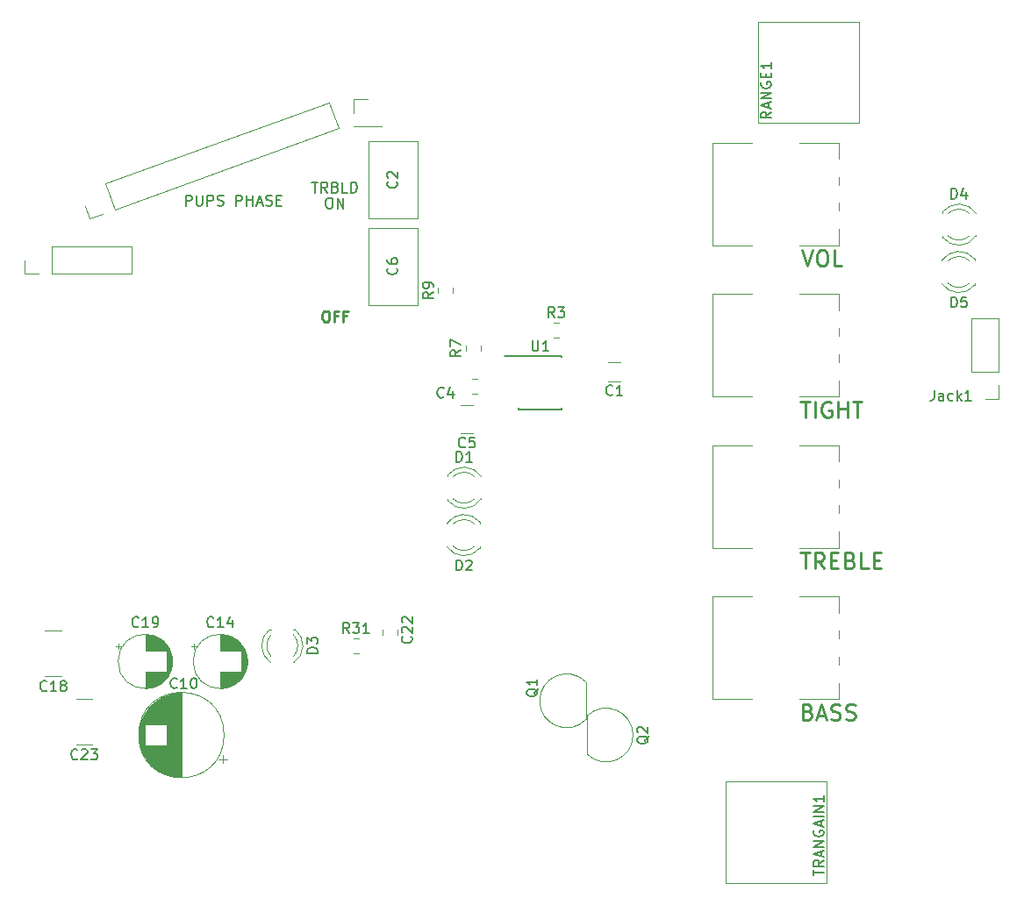
<source format=gbr>
G04 #@! TF.GenerationSoftware,KiCad,Pcbnew,(5.0.0)*
G04 #@! TF.CreationDate,2018-10-02T15:30:55-05:00*
G04 #@! TF.ProjectId,FinalDistCircuit,46696E616C4469737443697263756974,rev?*
G04 #@! TF.SameCoordinates,Original*
G04 #@! TF.FileFunction,Legend,Top*
G04 #@! TF.FilePolarity,Positive*
%FSLAX46Y46*%
G04 Gerber Fmt 4.6, Leading zero omitted, Abs format (unit mm)*
G04 Created by KiCad (PCBNEW (5.0.0)) date 10/02/18 15:30:55*
%MOMM*%
%LPD*%
G01*
G04 APERTURE LIST*
%ADD10C,0.203200*%
%ADD11C,0.228600*%
%ADD12C,0.120000*%
%ADD13C,0.150000*%
G04 APERTURE END LIST*
D10*
X61824809Y-123649619D02*
X61824809Y-122633619D01*
X62211857Y-122633619D01*
X62308619Y-122682000D01*
X62357000Y-122730380D01*
X62405380Y-122827142D01*
X62405380Y-122972285D01*
X62357000Y-123069047D01*
X62308619Y-123117428D01*
X62211857Y-123165809D01*
X61824809Y-123165809D01*
X62840809Y-122633619D02*
X62840809Y-123456095D01*
X62889190Y-123552857D01*
X62937571Y-123601238D01*
X63034333Y-123649619D01*
X63227857Y-123649619D01*
X63324619Y-123601238D01*
X63373000Y-123552857D01*
X63421380Y-123456095D01*
X63421380Y-122633619D01*
X63905190Y-123649619D02*
X63905190Y-122633619D01*
X64292238Y-122633619D01*
X64389000Y-122682000D01*
X64437380Y-122730380D01*
X64485761Y-122827142D01*
X64485761Y-122972285D01*
X64437380Y-123069047D01*
X64389000Y-123117428D01*
X64292238Y-123165809D01*
X63905190Y-123165809D01*
X64872809Y-123601238D02*
X65017952Y-123649619D01*
X65259857Y-123649619D01*
X65356619Y-123601238D01*
X65405000Y-123552857D01*
X65453380Y-123456095D01*
X65453380Y-123359333D01*
X65405000Y-123262571D01*
X65356619Y-123214190D01*
X65259857Y-123165809D01*
X65066333Y-123117428D01*
X64969571Y-123069047D01*
X64921190Y-123020666D01*
X64872809Y-122923904D01*
X64872809Y-122827142D01*
X64921190Y-122730380D01*
X64969571Y-122682000D01*
X65066333Y-122633619D01*
X65308238Y-122633619D01*
X65453380Y-122682000D01*
X66662904Y-123649619D02*
X66662904Y-122633619D01*
X67049952Y-122633619D01*
X67146714Y-122682000D01*
X67195095Y-122730380D01*
X67243476Y-122827142D01*
X67243476Y-122972285D01*
X67195095Y-123069047D01*
X67146714Y-123117428D01*
X67049952Y-123165809D01*
X66662904Y-123165809D01*
X67678904Y-123649619D02*
X67678904Y-122633619D01*
X67678904Y-123117428D02*
X68259476Y-123117428D01*
X68259476Y-123649619D02*
X68259476Y-122633619D01*
X68694904Y-123359333D02*
X69178714Y-123359333D01*
X68598142Y-123649619D02*
X68936809Y-122633619D01*
X69275476Y-123649619D01*
X69565761Y-123601238D02*
X69710904Y-123649619D01*
X69952809Y-123649619D01*
X70049571Y-123601238D01*
X70097952Y-123552857D01*
X70146333Y-123456095D01*
X70146333Y-123359333D01*
X70097952Y-123262571D01*
X70049571Y-123214190D01*
X69952809Y-123165809D01*
X69759285Y-123117428D01*
X69662523Y-123069047D01*
X69614142Y-123020666D01*
X69565761Y-122923904D01*
X69565761Y-122827142D01*
X69614142Y-122730380D01*
X69662523Y-122682000D01*
X69759285Y-122633619D01*
X70001190Y-122633619D01*
X70146333Y-122682000D01*
X70581761Y-123117428D02*
X70920428Y-123117428D01*
X71065571Y-123649619D02*
X70581761Y-123649619D01*
X70581761Y-122633619D01*
X71065571Y-122633619D01*
D11*
X75232380Y-133809619D02*
X75425904Y-133809619D01*
X75522666Y-133858000D01*
X75619428Y-133954761D01*
X75667809Y-134148285D01*
X75667809Y-134486952D01*
X75619428Y-134680476D01*
X75522666Y-134777238D01*
X75425904Y-134825619D01*
X75232380Y-134825619D01*
X75135619Y-134777238D01*
X75038857Y-134680476D01*
X74990476Y-134486952D01*
X74990476Y-134148285D01*
X75038857Y-133954761D01*
X75135619Y-133858000D01*
X75232380Y-133809619D01*
X76441904Y-134293428D02*
X76103238Y-134293428D01*
X76103238Y-134825619D02*
X76103238Y-133809619D01*
X76587047Y-133809619D01*
X77312761Y-134293428D02*
X76974095Y-134293428D01*
X76974095Y-134825619D02*
X76974095Y-133809619D01*
X77457904Y-133809619D01*
D10*
X75571047Y-122887619D02*
X75764571Y-122887619D01*
X75861333Y-122936000D01*
X75958095Y-123032761D01*
X76006476Y-123226285D01*
X76006476Y-123564952D01*
X75958095Y-123758476D01*
X75861333Y-123855238D01*
X75764571Y-123903619D01*
X75571047Y-123903619D01*
X75474285Y-123855238D01*
X75377523Y-123758476D01*
X75329142Y-123564952D01*
X75329142Y-123226285D01*
X75377523Y-123032761D01*
X75474285Y-122936000D01*
X75571047Y-122887619D01*
X76441904Y-123903619D02*
X76441904Y-122887619D01*
X77022476Y-123903619D01*
X77022476Y-122887619D01*
X73974476Y-121363619D02*
X74555047Y-121363619D01*
X74264761Y-122379619D02*
X74264761Y-121363619D01*
X75474285Y-122379619D02*
X75135619Y-121895809D01*
X74893714Y-122379619D02*
X74893714Y-121363619D01*
X75280761Y-121363619D01*
X75377523Y-121412000D01*
X75425904Y-121460380D01*
X75474285Y-121557142D01*
X75474285Y-121702285D01*
X75425904Y-121799047D01*
X75377523Y-121847428D01*
X75280761Y-121895809D01*
X74893714Y-121895809D01*
X76248380Y-121847428D02*
X76393523Y-121895809D01*
X76441904Y-121944190D01*
X76490285Y-122040952D01*
X76490285Y-122186095D01*
X76441904Y-122282857D01*
X76393523Y-122331238D01*
X76296761Y-122379619D01*
X75909714Y-122379619D01*
X75909714Y-121363619D01*
X76248380Y-121363619D01*
X76345142Y-121412000D01*
X76393523Y-121460380D01*
X76441904Y-121557142D01*
X76441904Y-121653904D01*
X76393523Y-121750666D01*
X76345142Y-121799047D01*
X76248380Y-121847428D01*
X75909714Y-121847428D01*
X77409523Y-122379619D02*
X76925714Y-122379619D01*
X76925714Y-121363619D01*
X77748190Y-122379619D02*
X77748190Y-121363619D01*
X77990095Y-121363619D01*
X78135238Y-121412000D01*
X78232000Y-121508761D01*
X78280380Y-121605523D01*
X78328761Y-121799047D01*
X78328761Y-121944190D01*
X78280380Y-122137714D01*
X78232000Y-122234476D01*
X78135238Y-122331238D01*
X77990095Y-122379619D01*
X77748190Y-122379619D01*
D12*
G04 #@! TO.C,BASS*
X112610000Y-171300000D02*
X112610000Y-161360000D01*
X124850000Y-162960000D02*
X124850000Y-161360000D01*
X124850000Y-165459000D02*
X124850000Y-164700000D01*
X124850000Y-167959000D02*
X124850000Y-167200000D01*
X124850000Y-171300000D02*
X124850000Y-169701000D01*
X116475000Y-161360000D02*
X112610000Y-161360000D01*
X124850000Y-161360000D02*
X120985000Y-161360000D01*
X116475000Y-171300000D02*
X112610000Y-171300000D01*
X124850000Y-171300000D02*
X120985000Y-171300000D01*
G04 #@! TO.C,C10*
X65501000Y-174752000D02*
G75*
G03X65501000Y-174752000I-4120000J0D01*
G01*
X61381000Y-178832000D02*
X61381000Y-170672000D01*
X61341000Y-178832000D02*
X61341000Y-170672000D01*
X61301000Y-178832000D02*
X61301000Y-170672000D01*
X61261000Y-178831000D02*
X61261000Y-170673000D01*
X61221000Y-178829000D02*
X61221000Y-170675000D01*
X61181000Y-178828000D02*
X61181000Y-170676000D01*
X61141000Y-178826000D02*
X61141000Y-170678000D01*
X61101000Y-178823000D02*
X61101000Y-170681000D01*
X61061000Y-178820000D02*
X61061000Y-170684000D01*
X61021000Y-178817000D02*
X61021000Y-170687000D01*
X60981000Y-178813000D02*
X60981000Y-170691000D01*
X60941000Y-178809000D02*
X60941000Y-170695000D01*
X60901000Y-178804000D02*
X60901000Y-170700000D01*
X60861000Y-178800000D02*
X60861000Y-170704000D01*
X60821000Y-178794000D02*
X60821000Y-170710000D01*
X60781000Y-178789000D02*
X60781000Y-170715000D01*
X60741000Y-178782000D02*
X60741000Y-170722000D01*
X60701000Y-178776000D02*
X60701000Y-170728000D01*
X60660000Y-178769000D02*
X60660000Y-170735000D01*
X60620000Y-178762000D02*
X60620000Y-170742000D01*
X60580000Y-178754000D02*
X60580000Y-170750000D01*
X60540000Y-178746000D02*
X60540000Y-170758000D01*
X60500000Y-178737000D02*
X60500000Y-170767000D01*
X60460000Y-178728000D02*
X60460000Y-170776000D01*
X60420000Y-178719000D02*
X60420000Y-170785000D01*
X60380000Y-178709000D02*
X60380000Y-170795000D01*
X60340000Y-178699000D02*
X60340000Y-170805000D01*
X60300000Y-178688000D02*
X60300000Y-170816000D01*
X60260000Y-178677000D02*
X60260000Y-170827000D01*
X60220000Y-178666000D02*
X60220000Y-170838000D01*
X60180000Y-178654000D02*
X60180000Y-170850000D01*
X60140000Y-178641000D02*
X60140000Y-170863000D01*
X60100000Y-178629000D02*
X60100000Y-170875000D01*
X60060000Y-178615000D02*
X60060000Y-170889000D01*
X60020000Y-178602000D02*
X60020000Y-170902000D01*
X59980000Y-178587000D02*
X59980000Y-170917000D01*
X59940000Y-178573000D02*
X59940000Y-170931000D01*
X59900000Y-178557000D02*
X59900000Y-175792000D01*
X59900000Y-173712000D02*
X59900000Y-170947000D01*
X59860000Y-178542000D02*
X59860000Y-175792000D01*
X59860000Y-173712000D02*
X59860000Y-170962000D01*
X59820000Y-178526000D02*
X59820000Y-175792000D01*
X59820000Y-173712000D02*
X59820000Y-170978000D01*
X59780000Y-178509000D02*
X59780000Y-175792000D01*
X59780000Y-173712000D02*
X59780000Y-170995000D01*
X59740000Y-178492000D02*
X59740000Y-175792000D01*
X59740000Y-173712000D02*
X59740000Y-171012000D01*
X59700000Y-178474000D02*
X59700000Y-175792000D01*
X59700000Y-173712000D02*
X59700000Y-171030000D01*
X59660000Y-178456000D02*
X59660000Y-175792000D01*
X59660000Y-173712000D02*
X59660000Y-171048000D01*
X59620000Y-178438000D02*
X59620000Y-175792000D01*
X59620000Y-173712000D02*
X59620000Y-171066000D01*
X59580000Y-178418000D02*
X59580000Y-175792000D01*
X59580000Y-173712000D02*
X59580000Y-171086000D01*
X59540000Y-178399000D02*
X59540000Y-175792000D01*
X59540000Y-173712000D02*
X59540000Y-171105000D01*
X59500000Y-178379000D02*
X59500000Y-175792000D01*
X59500000Y-173712000D02*
X59500000Y-171125000D01*
X59460000Y-178358000D02*
X59460000Y-175792000D01*
X59460000Y-173712000D02*
X59460000Y-171146000D01*
X59420000Y-178336000D02*
X59420000Y-175792000D01*
X59420000Y-173712000D02*
X59420000Y-171168000D01*
X59380000Y-178314000D02*
X59380000Y-175792000D01*
X59380000Y-173712000D02*
X59380000Y-171190000D01*
X59340000Y-178292000D02*
X59340000Y-175792000D01*
X59340000Y-173712000D02*
X59340000Y-171212000D01*
X59300000Y-178269000D02*
X59300000Y-175792000D01*
X59300000Y-173712000D02*
X59300000Y-171235000D01*
X59260000Y-178245000D02*
X59260000Y-175792000D01*
X59260000Y-173712000D02*
X59260000Y-171259000D01*
X59220000Y-178221000D02*
X59220000Y-175792000D01*
X59220000Y-173712000D02*
X59220000Y-171283000D01*
X59180000Y-178196000D02*
X59180000Y-175792000D01*
X59180000Y-173712000D02*
X59180000Y-171308000D01*
X59140000Y-178170000D02*
X59140000Y-175792000D01*
X59140000Y-173712000D02*
X59140000Y-171334000D01*
X59100000Y-178144000D02*
X59100000Y-175792000D01*
X59100000Y-173712000D02*
X59100000Y-171360000D01*
X59060000Y-178117000D02*
X59060000Y-175792000D01*
X59060000Y-173712000D02*
X59060000Y-171387000D01*
X59020000Y-178090000D02*
X59020000Y-175792000D01*
X59020000Y-173712000D02*
X59020000Y-171414000D01*
X58980000Y-178061000D02*
X58980000Y-175792000D01*
X58980000Y-173712000D02*
X58980000Y-171443000D01*
X58940000Y-178032000D02*
X58940000Y-175792000D01*
X58940000Y-173712000D02*
X58940000Y-171472000D01*
X58900000Y-178002000D02*
X58900000Y-175792000D01*
X58900000Y-173712000D02*
X58900000Y-171502000D01*
X58860000Y-177972000D02*
X58860000Y-175792000D01*
X58860000Y-173712000D02*
X58860000Y-171532000D01*
X58820000Y-177941000D02*
X58820000Y-175792000D01*
X58820000Y-173712000D02*
X58820000Y-171563000D01*
X58780000Y-177908000D02*
X58780000Y-175792000D01*
X58780000Y-173712000D02*
X58780000Y-171596000D01*
X58740000Y-177876000D02*
X58740000Y-175792000D01*
X58740000Y-173712000D02*
X58740000Y-171628000D01*
X58700000Y-177842000D02*
X58700000Y-175792000D01*
X58700000Y-173712000D02*
X58700000Y-171662000D01*
X58660000Y-177807000D02*
X58660000Y-175792000D01*
X58660000Y-173712000D02*
X58660000Y-171697000D01*
X58620000Y-177771000D02*
X58620000Y-175792000D01*
X58620000Y-173712000D02*
X58620000Y-171733000D01*
X58580000Y-177735000D02*
X58580000Y-175792000D01*
X58580000Y-173712000D02*
X58580000Y-171769000D01*
X58540000Y-177697000D02*
X58540000Y-175792000D01*
X58540000Y-173712000D02*
X58540000Y-171807000D01*
X58500000Y-177659000D02*
X58500000Y-175792000D01*
X58500000Y-173712000D02*
X58500000Y-171845000D01*
X58460000Y-177619000D02*
X58460000Y-175792000D01*
X58460000Y-173712000D02*
X58460000Y-171885000D01*
X58420000Y-177578000D02*
X58420000Y-175792000D01*
X58420000Y-173712000D02*
X58420000Y-171926000D01*
X58380000Y-177536000D02*
X58380000Y-175792000D01*
X58380000Y-173712000D02*
X58380000Y-171968000D01*
X58340000Y-177493000D02*
X58340000Y-175792000D01*
X58340000Y-173712000D02*
X58340000Y-172011000D01*
X58300000Y-177449000D02*
X58300000Y-175792000D01*
X58300000Y-173712000D02*
X58300000Y-172055000D01*
X58260000Y-177403000D02*
X58260000Y-175792000D01*
X58260000Y-173712000D02*
X58260000Y-172101000D01*
X58220000Y-177356000D02*
X58220000Y-175792000D01*
X58220000Y-173712000D02*
X58220000Y-172148000D01*
X58180000Y-177308000D02*
X58180000Y-175792000D01*
X58180000Y-173712000D02*
X58180000Y-172196000D01*
X58140000Y-177257000D02*
X58140000Y-175792000D01*
X58140000Y-173712000D02*
X58140000Y-172247000D01*
X58100000Y-177206000D02*
X58100000Y-175792000D01*
X58100000Y-173712000D02*
X58100000Y-172298000D01*
X58060000Y-177152000D02*
X58060000Y-175792000D01*
X58060000Y-173712000D02*
X58060000Y-172352000D01*
X58020000Y-177097000D02*
X58020000Y-175792000D01*
X58020000Y-173712000D02*
X58020000Y-172407000D01*
X57980000Y-177039000D02*
X57980000Y-175792000D01*
X57980000Y-173712000D02*
X57980000Y-172465000D01*
X57940000Y-176980000D02*
X57940000Y-175792000D01*
X57940000Y-173712000D02*
X57940000Y-172524000D01*
X57900000Y-176918000D02*
X57900000Y-175792000D01*
X57900000Y-173712000D02*
X57900000Y-172586000D01*
X57860000Y-176854000D02*
X57860000Y-175792000D01*
X57860000Y-173712000D02*
X57860000Y-172650000D01*
X57820000Y-176786000D02*
X57820000Y-172718000D01*
X57780000Y-176716000D02*
X57780000Y-172788000D01*
X57740000Y-176642000D02*
X57740000Y-172862000D01*
X57700000Y-176565000D02*
X57700000Y-172939000D01*
X57660000Y-176483000D02*
X57660000Y-173021000D01*
X57620000Y-176397000D02*
X57620000Y-173107000D01*
X57580000Y-176304000D02*
X57580000Y-173200000D01*
X57540000Y-176205000D02*
X57540000Y-173299000D01*
X57500000Y-176098000D02*
X57500000Y-173406000D01*
X57460000Y-175981000D02*
X57460000Y-173523000D01*
X57420000Y-175850000D02*
X57420000Y-173654000D01*
X57380000Y-175700000D02*
X57380000Y-173804000D01*
X57340000Y-175520000D02*
X57340000Y-173984000D01*
X57300000Y-175285000D02*
X57300000Y-174219000D01*
X65790698Y-177067000D02*
X64990698Y-177067000D01*
X65390698Y-177467000D02*
X65390698Y-176667000D01*
G04 #@! TO.C,Jack1*
X140268000Y-142300000D02*
X138938000Y-142300000D01*
X140268000Y-140970000D02*
X140268000Y-142300000D01*
X140268000Y-139700000D02*
X137608000Y-139700000D01*
X137608000Y-139700000D02*
X137608000Y-134560000D01*
X140268000Y-139700000D02*
X140268000Y-134560000D01*
X140268000Y-134560000D02*
X137608000Y-134560000D01*
G04 #@! TO.C,PickupInputs1*
X52545096Y-124894678D02*
X52090209Y-123644887D01*
X53794887Y-124439791D02*
X52545096Y-124894678D01*
X54988296Y-124005426D02*
X54078523Y-121505843D01*
X54078523Y-121505843D02*
X75616279Y-113666741D01*
X54988296Y-124005426D02*
X76526051Y-116166324D01*
X76526051Y-116166324D02*
X75616279Y-113666741D01*
G04 #@! TO.C,TRANGAIN1*
X123630000Y-179250000D02*
X123630000Y-189020000D01*
X113860000Y-179250000D02*
X113860000Y-189020000D01*
X123630000Y-179250000D02*
X113860000Y-179250000D01*
X123630000Y-189020000D02*
X113860000Y-189020000D01*
G04 #@! TO.C,3WaySwitch1*
X46295000Y-130235000D02*
X46295000Y-128905000D01*
X47625000Y-130235000D02*
X46295000Y-130235000D01*
X48895000Y-130235000D02*
X48895000Y-127575000D01*
X48895000Y-127575000D02*
X56575000Y-127575000D01*
X48895000Y-130235000D02*
X56575000Y-130235000D01*
X56575000Y-130235000D02*
X56575000Y-127575000D01*
G04 #@! TO.C,C1*
X103762564Y-138790000D02*
X102558436Y-138790000D01*
X103762564Y-140610000D02*
X102558436Y-140610000D01*
G04 #@! TO.C,C2*
X84158000Y-117398000D02*
X84158000Y-124838000D01*
X79418000Y-117398000D02*
X79418000Y-124838000D01*
X84158000Y-117398000D02*
X79418000Y-117398000D01*
X84158000Y-124838000D02*
X79418000Y-124838000D01*
G04 #@! TO.C,C4*
X89914252Y-140387000D02*
X89391748Y-140387000D01*
X89914252Y-141807000D02*
X89391748Y-141807000D01*
G04 #@! TO.C,C5*
X89538564Y-145632000D02*
X88334436Y-145632000D01*
X89538564Y-142912000D02*
X88334436Y-142912000D01*
G04 #@! TO.C,C6*
X84158000Y-133220000D02*
X79418000Y-133220000D01*
X84158000Y-125780000D02*
X79418000Y-125780000D01*
X79418000Y-125780000D02*
X79418000Y-133220000D01*
X84158000Y-125780000D02*
X84158000Y-133220000D01*
G04 #@! TO.C,C14*
X67755000Y-167640000D02*
G75*
G03X67755000Y-167640000I-2620000J0D01*
G01*
X65135000Y-168680000D02*
X65135000Y-170220000D01*
X65135000Y-165060000D02*
X65135000Y-166600000D01*
X65175000Y-168680000D02*
X65175000Y-170220000D01*
X65175000Y-165060000D02*
X65175000Y-166600000D01*
X65215000Y-165061000D02*
X65215000Y-166600000D01*
X65215000Y-168680000D02*
X65215000Y-170219000D01*
X65255000Y-165062000D02*
X65255000Y-166600000D01*
X65255000Y-168680000D02*
X65255000Y-170218000D01*
X65295000Y-165064000D02*
X65295000Y-166600000D01*
X65295000Y-168680000D02*
X65295000Y-170216000D01*
X65335000Y-165067000D02*
X65335000Y-166600000D01*
X65335000Y-168680000D02*
X65335000Y-170213000D01*
X65375000Y-165071000D02*
X65375000Y-166600000D01*
X65375000Y-168680000D02*
X65375000Y-170209000D01*
X65415000Y-165075000D02*
X65415000Y-166600000D01*
X65415000Y-168680000D02*
X65415000Y-170205000D01*
X65455000Y-165079000D02*
X65455000Y-166600000D01*
X65455000Y-168680000D02*
X65455000Y-170201000D01*
X65495000Y-165084000D02*
X65495000Y-166600000D01*
X65495000Y-168680000D02*
X65495000Y-170196000D01*
X65535000Y-165090000D02*
X65535000Y-166600000D01*
X65535000Y-168680000D02*
X65535000Y-170190000D01*
X65575000Y-165097000D02*
X65575000Y-166600000D01*
X65575000Y-168680000D02*
X65575000Y-170183000D01*
X65615000Y-165104000D02*
X65615000Y-166600000D01*
X65615000Y-168680000D02*
X65615000Y-170176000D01*
X65655000Y-165112000D02*
X65655000Y-166600000D01*
X65655000Y-168680000D02*
X65655000Y-170168000D01*
X65695000Y-165120000D02*
X65695000Y-166600000D01*
X65695000Y-168680000D02*
X65695000Y-170160000D01*
X65735000Y-165129000D02*
X65735000Y-166600000D01*
X65735000Y-168680000D02*
X65735000Y-170151000D01*
X65775000Y-165139000D02*
X65775000Y-166600000D01*
X65775000Y-168680000D02*
X65775000Y-170141000D01*
X65815000Y-165149000D02*
X65815000Y-166600000D01*
X65815000Y-168680000D02*
X65815000Y-170131000D01*
X65856000Y-165160000D02*
X65856000Y-166600000D01*
X65856000Y-168680000D02*
X65856000Y-170120000D01*
X65896000Y-165172000D02*
X65896000Y-166600000D01*
X65896000Y-168680000D02*
X65896000Y-170108000D01*
X65936000Y-165185000D02*
X65936000Y-166600000D01*
X65936000Y-168680000D02*
X65936000Y-170095000D01*
X65976000Y-165198000D02*
X65976000Y-166600000D01*
X65976000Y-168680000D02*
X65976000Y-170082000D01*
X66016000Y-165212000D02*
X66016000Y-166600000D01*
X66016000Y-168680000D02*
X66016000Y-170068000D01*
X66056000Y-165226000D02*
X66056000Y-166600000D01*
X66056000Y-168680000D02*
X66056000Y-170054000D01*
X66096000Y-165242000D02*
X66096000Y-166600000D01*
X66096000Y-168680000D02*
X66096000Y-170038000D01*
X66136000Y-165258000D02*
X66136000Y-166600000D01*
X66136000Y-168680000D02*
X66136000Y-170022000D01*
X66176000Y-165275000D02*
X66176000Y-166600000D01*
X66176000Y-168680000D02*
X66176000Y-170005000D01*
X66216000Y-165292000D02*
X66216000Y-166600000D01*
X66216000Y-168680000D02*
X66216000Y-169988000D01*
X66256000Y-165311000D02*
X66256000Y-166600000D01*
X66256000Y-168680000D02*
X66256000Y-169969000D01*
X66296000Y-165330000D02*
X66296000Y-166600000D01*
X66296000Y-168680000D02*
X66296000Y-169950000D01*
X66336000Y-165350000D02*
X66336000Y-166600000D01*
X66336000Y-168680000D02*
X66336000Y-169930000D01*
X66376000Y-165372000D02*
X66376000Y-166600000D01*
X66376000Y-168680000D02*
X66376000Y-169908000D01*
X66416000Y-165393000D02*
X66416000Y-166600000D01*
X66416000Y-168680000D02*
X66416000Y-169887000D01*
X66456000Y-165416000D02*
X66456000Y-166600000D01*
X66456000Y-168680000D02*
X66456000Y-169864000D01*
X66496000Y-165440000D02*
X66496000Y-166600000D01*
X66496000Y-168680000D02*
X66496000Y-169840000D01*
X66536000Y-165465000D02*
X66536000Y-166600000D01*
X66536000Y-168680000D02*
X66536000Y-169815000D01*
X66576000Y-165491000D02*
X66576000Y-166600000D01*
X66576000Y-168680000D02*
X66576000Y-169789000D01*
X66616000Y-165518000D02*
X66616000Y-166600000D01*
X66616000Y-168680000D02*
X66616000Y-169762000D01*
X66656000Y-165545000D02*
X66656000Y-166600000D01*
X66656000Y-168680000D02*
X66656000Y-169735000D01*
X66696000Y-165575000D02*
X66696000Y-166600000D01*
X66696000Y-168680000D02*
X66696000Y-169705000D01*
X66736000Y-165605000D02*
X66736000Y-166600000D01*
X66736000Y-168680000D02*
X66736000Y-169675000D01*
X66776000Y-165636000D02*
X66776000Y-166600000D01*
X66776000Y-168680000D02*
X66776000Y-169644000D01*
X66816000Y-165669000D02*
X66816000Y-166600000D01*
X66816000Y-168680000D02*
X66816000Y-169611000D01*
X66856000Y-165703000D02*
X66856000Y-166600000D01*
X66856000Y-168680000D02*
X66856000Y-169577000D01*
X66896000Y-165739000D02*
X66896000Y-166600000D01*
X66896000Y-168680000D02*
X66896000Y-169541000D01*
X66936000Y-165776000D02*
X66936000Y-166600000D01*
X66936000Y-168680000D02*
X66936000Y-169504000D01*
X66976000Y-165814000D02*
X66976000Y-166600000D01*
X66976000Y-168680000D02*
X66976000Y-169466000D01*
X67016000Y-165855000D02*
X67016000Y-166600000D01*
X67016000Y-168680000D02*
X67016000Y-169425000D01*
X67056000Y-165897000D02*
X67056000Y-166600000D01*
X67056000Y-168680000D02*
X67056000Y-169383000D01*
X67096000Y-165941000D02*
X67096000Y-166600000D01*
X67096000Y-168680000D02*
X67096000Y-169339000D01*
X67136000Y-165987000D02*
X67136000Y-166600000D01*
X67136000Y-168680000D02*
X67136000Y-169293000D01*
X67176000Y-166035000D02*
X67176000Y-169245000D01*
X67216000Y-166086000D02*
X67216000Y-169194000D01*
X67256000Y-166140000D02*
X67256000Y-169140000D01*
X67296000Y-166197000D02*
X67296000Y-169083000D01*
X67336000Y-166257000D02*
X67336000Y-169023000D01*
X67376000Y-166321000D02*
X67376000Y-168959000D01*
X67416000Y-166389000D02*
X67416000Y-168891000D01*
X67456000Y-166462000D02*
X67456000Y-168818000D01*
X67496000Y-166542000D02*
X67496000Y-168738000D01*
X67536000Y-166629000D02*
X67536000Y-168651000D01*
X67576000Y-166725000D02*
X67576000Y-168555000D01*
X67616000Y-166835000D02*
X67616000Y-168445000D01*
X67656000Y-166963000D02*
X67656000Y-168317000D01*
X67696000Y-167122000D02*
X67696000Y-168158000D01*
X67736000Y-167356000D02*
X67736000Y-167924000D01*
X62330225Y-166165000D02*
X62830225Y-166165000D01*
X62580225Y-165915000D02*
X62580225Y-166415000D01*
G04 #@! TO.C,C18*
X49819369Y-164668000D02*
X48224631Y-164668000D01*
X49819369Y-169088000D02*
X48224631Y-169088000D01*
G04 #@! TO.C,C19*
X55341225Y-165915000D02*
X55341225Y-166415000D01*
X55091225Y-166165000D02*
X55591225Y-166165000D01*
X60497000Y-167356000D02*
X60497000Y-167924000D01*
X60457000Y-167122000D02*
X60457000Y-168158000D01*
X60417000Y-166963000D02*
X60417000Y-168317000D01*
X60377000Y-166835000D02*
X60377000Y-168445000D01*
X60337000Y-166725000D02*
X60337000Y-168555000D01*
X60297000Y-166629000D02*
X60297000Y-168651000D01*
X60257000Y-166542000D02*
X60257000Y-168738000D01*
X60217000Y-166462000D02*
X60217000Y-168818000D01*
X60177000Y-166389000D02*
X60177000Y-168891000D01*
X60137000Y-166321000D02*
X60137000Y-168959000D01*
X60097000Y-166257000D02*
X60097000Y-169023000D01*
X60057000Y-166197000D02*
X60057000Y-169083000D01*
X60017000Y-166140000D02*
X60017000Y-169140000D01*
X59977000Y-166086000D02*
X59977000Y-169194000D01*
X59937000Y-166035000D02*
X59937000Y-169245000D01*
X59897000Y-168680000D02*
X59897000Y-169293000D01*
X59897000Y-165987000D02*
X59897000Y-166600000D01*
X59857000Y-168680000D02*
X59857000Y-169339000D01*
X59857000Y-165941000D02*
X59857000Y-166600000D01*
X59817000Y-168680000D02*
X59817000Y-169383000D01*
X59817000Y-165897000D02*
X59817000Y-166600000D01*
X59777000Y-168680000D02*
X59777000Y-169425000D01*
X59777000Y-165855000D02*
X59777000Y-166600000D01*
X59737000Y-168680000D02*
X59737000Y-169466000D01*
X59737000Y-165814000D02*
X59737000Y-166600000D01*
X59697000Y-168680000D02*
X59697000Y-169504000D01*
X59697000Y-165776000D02*
X59697000Y-166600000D01*
X59657000Y-168680000D02*
X59657000Y-169541000D01*
X59657000Y-165739000D02*
X59657000Y-166600000D01*
X59617000Y-168680000D02*
X59617000Y-169577000D01*
X59617000Y-165703000D02*
X59617000Y-166600000D01*
X59577000Y-168680000D02*
X59577000Y-169611000D01*
X59577000Y-165669000D02*
X59577000Y-166600000D01*
X59537000Y-168680000D02*
X59537000Y-169644000D01*
X59537000Y-165636000D02*
X59537000Y-166600000D01*
X59497000Y-168680000D02*
X59497000Y-169675000D01*
X59497000Y-165605000D02*
X59497000Y-166600000D01*
X59457000Y-168680000D02*
X59457000Y-169705000D01*
X59457000Y-165575000D02*
X59457000Y-166600000D01*
X59417000Y-168680000D02*
X59417000Y-169735000D01*
X59417000Y-165545000D02*
X59417000Y-166600000D01*
X59377000Y-168680000D02*
X59377000Y-169762000D01*
X59377000Y-165518000D02*
X59377000Y-166600000D01*
X59337000Y-168680000D02*
X59337000Y-169789000D01*
X59337000Y-165491000D02*
X59337000Y-166600000D01*
X59297000Y-168680000D02*
X59297000Y-169815000D01*
X59297000Y-165465000D02*
X59297000Y-166600000D01*
X59257000Y-168680000D02*
X59257000Y-169840000D01*
X59257000Y-165440000D02*
X59257000Y-166600000D01*
X59217000Y-168680000D02*
X59217000Y-169864000D01*
X59217000Y-165416000D02*
X59217000Y-166600000D01*
X59177000Y-168680000D02*
X59177000Y-169887000D01*
X59177000Y-165393000D02*
X59177000Y-166600000D01*
X59137000Y-168680000D02*
X59137000Y-169908000D01*
X59137000Y-165372000D02*
X59137000Y-166600000D01*
X59097000Y-168680000D02*
X59097000Y-169930000D01*
X59097000Y-165350000D02*
X59097000Y-166600000D01*
X59057000Y-168680000D02*
X59057000Y-169950000D01*
X59057000Y-165330000D02*
X59057000Y-166600000D01*
X59017000Y-168680000D02*
X59017000Y-169969000D01*
X59017000Y-165311000D02*
X59017000Y-166600000D01*
X58977000Y-168680000D02*
X58977000Y-169988000D01*
X58977000Y-165292000D02*
X58977000Y-166600000D01*
X58937000Y-168680000D02*
X58937000Y-170005000D01*
X58937000Y-165275000D02*
X58937000Y-166600000D01*
X58897000Y-168680000D02*
X58897000Y-170022000D01*
X58897000Y-165258000D02*
X58897000Y-166600000D01*
X58857000Y-168680000D02*
X58857000Y-170038000D01*
X58857000Y-165242000D02*
X58857000Y-166600000D01*
X58817000Y-168680000D02*
X58817000Y-170054000D01*
X58817000Y-165226000D02*
X58817000Y-166600000D01*
X58777000Y-168680000D02*
X58777000Y-170068000D01*
X58777000Y-165212000D02*
X58777000Y-166600000D01*
X58737000Y-168680000D02*
X58737000Y-170082000D01*
X58737000Y-165198000D02*
X58737000Y-166600000D01*
X58697000Y-168680000D02*
X58697000Y-170095000D01*
X58697000Y-165185000D02*
X58697000Y-166600000D01*
X58657000Y-168680000D02*
X58657000Y-170108000D01*
X58657000Y-165172000D02*
X58657000Y-166600000D01*
X58617000Y-168680000D02*
X58617000Y-170120000D01*
X58617000Y-165160000D02*
X58617000Y-166600000D01*
X58576000Y-168680000D02*
X58576000Y-170131000D01*
X58576000Y-165149000D02*
X58576000Y-166600000D01*
X58536000Y-168680000D02*
X58536000Y-170141000D01*
X58536000Y-165139000D02*
X58536000Y-166600000D01*
X58496000Y-168680000D02*
X58496000Y-170151000D01*
X58496000Y-165129000D02*
X58496000Y-166600000D01*
X58456000Y-168680000D02*
X58456000Y-170160000D01*
X58456000Y-165120000D02*
X58456000Y-166600000D01*
X58416000Y-168680000D02*
X58416000Y-170168000D01*
X58416000Y-165112000D02*
X58416000Y-166600000D01*
X58376000Y-168680000D02*
X58376000Y-170176000D01*
X58376000Y-165104000D02*
X58376000Y-166600000D01*
X58336000Y-168680000D02*
X58336000Y-170183000D01*
X58336000Y-165097000D02*
X58336000Y-166600000D01*
X58296000Y-168680000D02*
X58296000Y-170190000D01*
X58296000Y-165090000D02*
X58296000Y-166600000D01*
X58256000Y-168680000D02*
X58256000Y-170196000D01*
X58256000Y-165084000D02*
X58256000Y-166600000D01*
X58216000Y-168680000D02*
X58216000Y-170201000D01*
X58216000Y-165079000D02*
X58216000Y-166600000D01*
X58176000Y-168680000D02*
X58176000Y-170205000D01*
X58176000Y-165075000D02*
X58176000Y-166600000D01*
X58136000Y-168680000D02*
X58136000Y-170209000D01*
X58136000Y-165071000D02*
X58136000Y-166600000D01*
X58096000Y-168680000D02*
X58096000Y-170213000D01*
X58096000Y-165067000D02*
X58096000Y-166600000D01*
X58056000Y-168680000D02*
X58056000Y-170216000D01*
X58056000Y-165064000D02*
X58056000Y-166600000D01*
X58016000Y-168680000D02*
X58016000Y-170218000D01*
X58016000Y-165062000D02*
X58016000Y-166600000D01*
X57976000Y-168680000D02*
X57976000Y-170219000D01*
X57976000Y-165061000D02*
X57976000Y-166600000D01*
X57936000Y-165060000D02*
X57936000Y-166600000D01*
X57936000Y-168680000D02*
X57936000Y-170220000D01*
X57896000Y-165060000D02*
X57896000Y-166600000D01*
X57896000Y-168680000D02*
X57896000Y-170220000D01*
X60516000Y-167640000D02*
G75*
G03X60516000Y-167640000I-2620000J0D01*
G01*
G04 #@! TO.C,C22*
X82244000Y-164593748D02*
X82244000Y-165116252D01*
X80824000Y-164593748D02*
X80824000Y-165116252D01*
G04 #@! TO.C,C23*
X52807369Y-175692000D02*
X51212631Y-175692000D01*
X52807369Y-171272000D02*
X51212631Y-171272000D01*
G04 #@! TO.C,D1*
X90318335Y-149797392D02*
G75*
G03X87086000Y-149640484I-1672335J-1078608D01*
G01*
X90318335Y-151954608D02*
G75*
G02X87086000Y-152111516I-1672335J1078608D01*
G01*
X89687130Y-149796163D02*
G75*
G03X87605039Y-149796000I-1041130J-1079837D01*
G01*
X89687130Y-151955837D02*
G75*
G02X87605039Y-151956000I-1041130J1079837D01*
G01*
X87086000Y-149640000D02*
X87086000Y-149796000D01*
X87086000Y-151956000D02*
X87086000Y-152112000D01*
G04 #@! TO.C,D2*
X90206000Y-154368000D02*
X90206000Y-154212000D01*
X90206000Y-156684000D02*
X90206000Y-156528000D01*
X87604870Y-154368163D02*
G75*
G02X89686961Y-154368000I1041130J-1079837D01*
G01*
X87604870Y-156527837D02*
G75*
G03X89686961Y-156528000I1041130J1079837D01*
G01*
X86973665Y-154369392D02*
G75*
G02X90206000Y-154212484I1672335J-1078608D01*
G01*
X86973665Y-156526608D02*
G75*
G03X90206000Y-156683516I1672335J1078608D01*
G01*
G04 #@! TO.C,D3*
X72198608Y-167788335D02*
G75*
G03X72355516Y-164556000I-1078608J1672335D01*
G01*
X70041392Y-167788335D02*
G75*
G02X69884484Y-164556000I1078608J1672335D01*
G01*
X72199837Y-167157130D02*
G75*
G03X72200000Y-165075039I-1079837J1041130D01*
G01*
X70040163Y-167157130D02*
G75*
G02X70040000Y-165075039I1079837J1041130D01*
G01*
X72356000Y-164556000D02*
X72200000Y-164556000D01*
X70040000Y-164556000D02*
X69884000Y-164556000D01*
G04 #@! TO.C,D4*
X138070335Y-124397392D02*
G75*
G03X134838000Y-124240484I-1672335J-1078608D01*
G01*
X138070335Y-126554608D02*
G75*
G02X134838000Y-126711516I-1672335J1078608D01*
G01*
X137439130Y-124396163D02*
G75*
G03X135357039Y-124396000I-1041130J-1079837D01*
G01*
X137439130Y-126555837D02*
G75*
G02X135357039Y-126556000I-1041130J1079837D01*
G01*
X134838000Y-124240000D02*
X134838000Y-124396000D01*
X134838000Y-126556000D02*
X134838000Y-126712000D01*
G04 #@! TO.C,D5*
X137958000Y-128968000D02*
X137958000Y-128812000D01*
X137958000Y-131284000D02*
X137958000Y-131128000D01*
X135356870Y-128968163D02*
G75*
G02X137438961Y-128968000I1041130J-1079837D01*
G01*
X135356870Y-131127837D02*
G75*
G03X137438961Y-131128000I1041130J1079837D01*
G01*
X134725665Y-128969392D02*
G75*
G02X137958000Y-128812484I1672335J-1078608D01*
G01*
X134725665Y-131126608D02*
G75*
G03X137958000Y-131283516I1672335J1078608D01*
G01*
G04 #@! TO.C,GROUNDBRIDGE1*
X78045000Y-113351000D02*
X79375000Y-113351000D01*
X78045000Y-114681000D02*
X78045000Y-113351000D01*
X78045000Y-115951000D02*
X80705000Y-115951000D01*
X80705000Y-115951000D02*
X80705000Y-116011000D01*
X78045000Y-115951000D02*
X78045000Y-116011000D01*
X78045000Y-116011000D02*
X80705000Y-116011000D01*
G04 #@! TO.C,Q1*
X100402000Y-173250000D02*
X100402000Y-169650000D01*
X100390478Y-173288478D02*
G75*
G02X95952000Y-171450000I-1838478J1838478D01*
G01*
X100390478Y-169611522D02*
G75*
G03X95952000Y-171450000I-1838478J-1838478D01*
G01*
G04 #@! TO.C,Q2*
X100523522Y-176590478D02*
G75*
G03X104962000Y-174752000I1838478J1838478D01*
G01*
X100523522Y-172913522D02*
G75*
G02X104962000Y-174752000I1838478J-1838478D01*
G01*
X100512000Y-172952000D02*
X100512000Y-176552000D01*
G04 #@! TO.C,R3*
X97283748Y-136346000D02*
X97806252Y-136346000D01*
X97283748Y-134926000D02*
X97806252Y-134926000D01*
G04 #@! TO.C,R7*
X88825000Y-137684252D02*
X88825000Y-137161748D01*
X90245000Y-137684252D02*
X90245000Y-137161748D01*
G04 #@! TO.C,R9*
X87578000Y-132078252D02*
X87578000Y-131555748D01*
X86158000Y-132078252D02*
X86158000Y-131555748D01*
G04 #@! TO.C,R31*
X77979748Y-165406000D02*
X78502252Y-165406000D01*
X77979748Y-166826000D02*
X78502252Y-166826000D01*
G04 #@! TO.C,RANGE1*
X117035000Y-105874000D02*
X126805000Y-105874000D01*
X117035000Y-115644000D02*
X126805000Y-115644000D01*
X126805000Y-115644000D02*
X126805000Y-105874000D01*
X117035000Y-115644000D02*
X117035000Y-105874000D01*
G04 #@! TO.C,TIGHT*
X112610000Y-142090000D02*
X112610000Y-132150000D01*
X124850000Y-133750000D02*
X124850000Y-132150000D01*
X124850000Y-136249000D02*
X124850000Y-135490000D01*
X124850000Y-138749000D02*
X124850000Y-137990000D01*
X124850000Y-142090000D02*
X124850000Y-140491000D01*
X116475000Y-132150000D02*
X112610000Y-132150000D01*
X124850000Y-132150000D02*
X120985000Y-132150000D01*
X116475000Y-142090000D02*
X112610000Y-142090000D01*
X124850000Y-142090000D02*
X120985000Y-142090000D01*
G04 #@! TO.C,TREBLE*
X124850000Y-156695000D02*
X120985000Y-156695000D01*
X116475000Y-156695000D02*
X112610000Y-156695000D01*
X124850000Y-146755000D02*
X120985000Y-146755000D01*
X116475000Y-146755000D02*
X112610000Y-146755000D01*
X124850000Y-156695000D02*
X124850000Y-155096000D01*
X124850000Y-153354000D02*
X124850000Y-152595000D01*
X124850000Y-150854000D02*
X124850000Y-150095000D01*
X124850000Y-148355000D02*
X124850000Y-146755000D01*
X112610000Y-156695000D02*
X112610000Y-146755000D01*
D13*
G04 #@! TO.C,U1*
X93937000Y-138191000D02*
X92537000Y-138191000D01*
X93937000Y-143291000D02*
X98087000Y-143291000D01*
X93937000Y-138141000D02*
X98087000Y-138141000D01*
X93937000Y-143291000D02*
X93937000Y-143146000D01*
X98087000Y-143291000D02*
X98087000Y-143146000D01*
X98087000Y-138141000D02*
X98087000Y-138286000D01*
X93937000Y-138141000D02*
X93937000Y-138191000D01*
D12*
G04 #@! TO.C,VOL*
X124850000Y-127485000D02*
X120985000Y-127485000D01*
X116475000Y-127485000D02*
X112610000Y-127485000D01*
X124850000Y-117545000D02*
X120985000Y-117545000D01*
X116475000Y-117545000D02*
X112610000Y-117545000D01*
X124850000Y-127485000D02*
X124850000Y-125886000D01*
X124850000Y-124144000D02*
X124850000Y-123385000D01*
X124850000Y-121644000D02*
X124850000Y-120885000D01*
X124850000Y-119145000D02*
X124850000Y-117545000D01*
X112610000Y-127485000D02*
X112610000Y-117545000D01*
G04 #@! TO.C,BASS*
D11*
X121829285Y-172484142D02*
X122047000Y-172556714D01*
X122119571Y-172629285D01*
X122192142Y-172774428D01*
X122192142Y-172992142D01*
X122119571Y-173137285D01*
X122047000Y-173209857D01*
X121901857Y-173282428D01*
X121321285Y-173282428D01*
X121321285Y-171758428D01*
X121829285Y-171758428D01*
X121974428Y-171831000D01*
X122047000Y-171903571D01*
X122119571Y-172048714D01*
X122119571Y-172193857D01*
X122047000Y-172339000D01*
X121974428Y-172411571D01*
X121829285Y-172484142D01*
X121321285Y-172484142D01*
X122772714Y-172847000D02*
X123498428Y-172847000D01*
X122627571Y-173282428D02*
X123135571Y-171758428D01*
X123643571Y-173282428D01*
X124079000Y-173209857D02*
X124296714Y-173282428D01*
X124659571Y-173282428D01*
X124804714Y-173209857D01*
X124877285Y-173137285D01*
X124949857Y-172992142D01*
X124949857Y-172847000D01*
X124877285Y-172701857D01*
X124804714Y-172629285D01*
X124659571Y-172556714D01*
X124369285Y-172484142D01*
X124224142Y-172411571D01*
X124151571Y-172339000D01*
X124079000Y-172193857D01*
X124079000Y-172048714D01*
X124151571Y-171903571D01*
X124224142Y-171831000D01*
X124369285Y-171758428D01*
X124732142Y-171758428D01*
X124949857Y-171831000D01*
X125530428Y-173209857D02*
X125748142Y-173282428D01*
X126111000Y-173282428D01*
X126256142Y-173209857D01*
X126328714Y-173137285D01*
X126401285Y-172992142D01*
X126401285Y-172847000D01*
X126328714Y-172701857D01*
X126256142Y-172629285D01*
X126111000Y-172556714D01*
X125820714Y-172484142D01*
X125675571Y-172411571D01*
X125603000Y-172339000D01*
X125530428Y-172193857D01*
X125530428Y-172048714D01*
X125603000Y-171903571D01*
X125675571Y-171831000D01*
X125820714Y-171758428D01*
X126183571Y-171758428D01*
X126401285Y-171831000D01*
G04 #@! TO.C,C10*
D13*
X60952142Y-170156142D02*
X60904523Y-170203761D01*
X60761666Y-170251380D01*
X60666428Y-170251380D01*
X60523571Y-170203761D01*
X60428333Y-170108523D01*
X60380714Y-170013285D01*
X60333095Y-169822809D01*
X60333095Y-169679952D01*
X60380714Y-169489476D01*
X60428333Y-169394238D01*
X60523571Y-169299000D01*
X60666428Y-169251380D01*
X60761666Y-169251380D01*
X60904523Y-169299000D01*
X60952142Y-169346619D01*
X61904523Y-170251380D02*
X61333095Y-170251380D01*
X61618809Y-170251380D02*
X61618809Y-169251380D01*
X61523571Y-169394238D01*
X61428333Y-169489476D01*
X61333095Y-169537095D01*
X62523571Y-169251380D02*
X62618809Y-169251380D01*
X62714047Y-169299000D01*
X62761666Y-169346619D01*
X62809285Y-169441857D01*
X62856904Y-169632333D01*
X62856904Y-169870428D01*
X62809285Y-170060904D01*
X62761666Y-170156142D01*
X62714047Y-170203761D01*
X62618809Y-170251380D01*
X62523571Y-170251380D01*
X62428333Y-170203761D01*
X62380714Y-170156142D01*
X62333095Y-170060904D01*
X62285476Y-169870428D01*
X62285476Y-169632333D01*
X62333095Y-169441857D01*
X62380714Y-169346619D01*
X62428333Y-169299000D01*
X62523571Y-169251380D01*
G04 #@! TO.C,Jack1*
X134016952Y-141438380D02*
X134016952Y-142152666D01*
X133969333Y-142295523D01*
X133874095Y-142390761D01*
X133731238Y-142438380D01*
X133636000Y-142438380D01*
X134921714Y-142438380D02*
X134921714Y-141914571D01*
X134874095Y-141819333D01*
X134778857Y-141771714D01*
X134588380Y-141771714D01*
X134493142Y-141819333D01*
X134921714Y-142390761D02*
X134826476Y-142438380D01*
X134588380Y-142438380D01*
X134493142Y-142390761D01*
X134445523Y-142295523D01*
X134445523Y-142200285D01*
X134493142Y-142105047D01*
X134588380Y-142057428D01*
X134826476Y-142057428D01*
X134921714Y-142009809D01*
X135826476Y-142390761D02*
X135731238Y-142438380D01*
X135540761Y-142438380D01*
X135445523Y-142390761D01*
X135397904Y-142343142D01*
X135350285Y-142247904D01*
X135350285Y-141962190D01*
X135397904Y-141866952D01*
X135445523Y-141819333D01*
X135540761Y-141771714D01*
X135731238Y-141771714D01*
X135826476Y-141819333D01*
X136255047Y-142438380D02*
X136255047Y-141438380D01*
X136350285Y-142057428D02*
X136636000Y-142438380D01*
X136636000Y-141771714D02*
X136255047Y-142152666D01*
X137588380Y-142438380D02*
X137016952Y-142438380D01*
X137302666Y-142438380D02*
X137302666Y-141438380D01*
X137207428Y-141581238D01*
X137112190Y-141676476D01*
X137016952Y-141724095D01*
G04 #@! TO.C,TRANGAIN1*
X122388380Y-188308761D02*
X122388380Y-187737333D01*
X123388380Y-188023047D02*
X122388380Y-188023047D01*
X123388380Y-186832571D02*
X122912190Y-187165904D01*
X123388380Y-187404000D02*
X122388380Y-187404000D01*
X122388380Y-187023047D01*
X122436000Y-186927809D01*
X122483619Y-186880190D01*
X122578857Y-186832571D01*
X122721714Y-186832571D01*
X122816952Y-186880190D01*
X122864571Y-186927809D01*
X122912190Y-187023047D01*
X122912190Y-187404000D01*
X123102666Y-186451619D02*
X123102666Y-185975428D01*
X123388380Y-186546857D02*
X122388380Y-186213523D01*
X123388380Y-185880190D01*
X123388380Y-185546857D02*
X122388380Y-185546857D01*
X123388380Y-184975428D01*
X122388380Y-184975428D01*
X122436000Y-183975428D02*
X122388380Y-184070666D01*
X122388380Y-184213523D01*
X122436000Y-184356380D01*
X122531238Y-184451619D01*
X122626476Y-184499238D01*
X122816952Y-184546857D01*
X122959809Y-184546857D01*
X123150285Y-184499238D01*
X123245523Y-184451619D01*
X123340761Y-184356380D01*
X123388380Y-184213523D01*
X123388380Y-184118285D01*
X123340761Y-183975428D01*
X123293142Y-183927809D01*
X122959809Y-183927809D01*
X122959809Y-184118285D01*
X123102666Y-183546857D02*
X123102666Y-183070666D01*
X123388380Y-183642095D02*
X122388380Y-183308761D01*
X123388380Y-182975428D01*
X123388380Y-182642095D02*
X122388380Y-182642095D01*
X123388380Y-182165904D02*
X122388380Y-182165904D01*
X123388380Y-181594476D01*
X122388380Y-181594476D01*
X123388380Y-180594476D02*
X123388380Y-181165904D01*
X123388380Y-180880190D02*
X122388380Y-180880190D01*
X122531238Y-180975428D01*
X122626476Y-181070666D01*
X122674095Y-181165904D01*
G04 #@! TO.C,C1*
X102993833Y-141877142D02*
X102946214Y-141924761D01*
X102803357Y-141972380D01*
X102708119Y-141972380D01*
X102565261Y-141924761D01*
X102470023Y-141829523D01*
X102422404Y-141734285D01*
X102374785Y-141543809D01*
X102374785Y-141400952D01*
X102422404Y-141210476D01*
X102470023Y-141115238D01*
X102565261Y-141020000D01*
X102708119Y-140972380D01*
X102803357Y-140972380D01*
X102946214Y-141020000D01*
X102993833Y-141067619D01*
X103946214Y-141972380D02*
X103374785Y-141972380D01*
X103660500Y-141972380D02*
X103660500Y-140972380D01*
X103565261Y-141115238D01*
X103470023Y-141210476D01*
X103374785Y-141258095D01*
G04 #@! TO.C,C2*
X82145142Y-121324666D02*
X82192761Y-121372285D01*
X82240380Y-121515142D01*
X82240380Y-121610380D01*
X82192761Y-121753238D01*
X82097523Y-121848476D01*
X82002285Y-121896095D01*
X81811809Y-121943714D01*
X81668952Y-121943714D01*
X81478476Y-121896095D01*
X81383238Y-121848476D01*
X81288000Y-121753238D01*
X81240380Y-121610380D01*
X81240380Y-121515142D01*
X81288000Y-121372285D01*
X81335619Y-121324666D01*
X81335619Y-120943714D02*
X81288000Y-120896095D01*
X81240380Y-120800857D01*
X81240380Y-120562761D01*
X81288000Y-120467523D01*
X81335619Y-120419904D01*
X81430857Y-120372285D01*
X81526095Y-120372285D01*
X81668952Y-120419904D01*
X82240380Y-120991333D01*
X82240380Y-120372285D01*
G04 #@! TO.C,C4*
X86701333Y-142089142D02*
X86653714Y-142136761D01*
X86510857Y-142184380D01*
X86415619Y-142184380D01*
X86272761Y-142136761D01*
X86177523Y-142041523D01*
X86129904Y-141946285D01*
X86082285Y-141755809D01*
X86082285Y-141612952D01*
X86129904Y-141422476D01*
X86177523Y-141327238D01*
X86272761Y-141232000D01*
X86415619Y-141184380D01*
X86510857Y-141184380D01*
X86653714Y-141232000D01*
X86701333Y-141279619D01*
X87558476Y-141517714D02*
X87558476Y-142184380D01*
X87320380Y-141136761D02*
X87082285Y-141851047D01*
X87701333Y-141851047D01*
G04 #@! TO.C,C5*
X88769833Y-146909142D02*
X88722214Y-146956761D01*
X88579357Y-147004380D01*
X88484119Y-147004380D01*
X88341261Y-146956761D01*
X88246023Y-146861523D01*
X88198404Y-146766285D01*
X88150785Y-146575809D01*
X88150785Y-146432952D01*
X88198404Y-146242476D01*
X88246023Y-146147238D01*
X88341261Y-146052000D01*
X88484119Y-146004380D01*
X88579357Y-146004380D01*
X88722214Y-146052000D01*
X88769833Y-146099619D01*
X89674595Y-146004380D02*
X89198404Y-146004380D01*
X89150785Y-146480571D01*
X89198404Y-146432952D01*
X89293642Y-146385333D01*
X89531738Y-146385333D01*
X89626976Y-146432952D01*
X89674595Y-146480571D01*
X89722214Y-146575809D01*
X89722214Y-146813904D01*
X89674595Y-146909142D01*
X89626976Y-146956761D01*
X89531738Y-147004380D01*
X89293642Y-147004380D01*
X89198404Y-146956761D01*
X89150785Y-146909142D01*
G04 #@! TO.C,C6*
X82145142Y-129666666D02*
X82192761Y-129714285D01*
X82240380Y-129857142D01*
X82240380Y-129952380D01*
X82192761Y-130095238D01*
X82097523Y-130190476D01*
X82002285Y-130238095D01*
X81811809Y-130285714D01*
X81668952Y-130285714D01*
X81478476Y-130238095D01*
X81383238Y-130190476D01*
X81288000Y-130095238D01*
X81240380Y-129952380D01*
X81240380Y-129857142D01*
X81288000Y-129714285D01*
X81335619Y-129666666D01*
X81240380Y-128809523D02*
X81240380Y-129000000D01*
X81288000Y-129095238D01*
X81335619Y-129142857D01*
X81478476Y-129238095D01*
X81668952Y-129285714D01*
X82049904Y-129285714D01*
X82145142Y-129238095D01*
X82192761Y-129190476D01*
X82240380Y-129095238D01*
X82240380Y-128904761D01*
X82192761Y-128809523D01*
X82145142Y-128761904D01*
X82049904Y-128714285D01*
X81811809Y-128714285D01*
X81716571Y-128761904D01*
X81668952Y-128809523D01*
X81621333Y-128904761D01*
X81621333Y-129095238D01*
X81668952Y-129190476D01*
X81716571Y-129238095D01*
X81811809Y-129285714D01*
G04 #@! TO.C,C14*
X64492142Y-164247142D02*
X64444523Y-164294761D01*
X64301666Y-164342380D01*
X64206428Y-164342380D01*
X64063571Y-164294761D01*
X63968333Y-164199523D01*
X63920714Y-164104285D01*
X63873095Y-163913809D01*
X63873095Y-163770952D01*
X63920714Y-163580476D01*
X63968333Y-163485238D01*
X64063571Y-163390000D01*
X64206428Y-163342380D01*
X64301666Y-163342380D01*
X64444523Y-163390000D01*
X64492142Y-163437619D01*
X65444523Y-164342380D02*
X64873095Y-164342380D01*
X65158809Y-164342380D02*
X65158809Y-163342380D01*
X65063571Y-163485238D01*
X64968333Y-163580476D01*
X64873095Y-163628095D01*
X66301666Y-163675714D02*
X66301666Y-164342380D01*
X66063571Y-163294761D02*
X65825476Y-164009047D01*
X66444523Y-164009047D01*
G04 #@! TO.C,C18*
X48379142Y-170415142D02*
X48331523Y-170462761D01*
X48188666Y-170510380D01*
X48093428Y-170510380D01*
X47950571Y-170462761D01*
X47855333Y-170367523D01*
X47807714Y-170272285D01*
X47760095Y-170081809D01*
X47760095Y-169938952D01*
X47807714Y-169748476D01*
X47855333Y-169653238D01*
X47950571Y-169558000D01*
X48093428Y-169510380D01*
X48188666Y-169510380D01*
X48331523Y-169558000D01*
X48379142Y-169605619D01*
X49331523Y-170510380D02*
X48760095Y-170510380D01*
X49045809Y-170510380D02*
X49045809Y-169510380D01*
X48950571Y-169653238D01*
X48855333Y-169748476D01*
X48760095Y-169796095D01*
X49902952Y-169938952D02*
X49807714Y-169891333D01*
X49760095Y-169843714D01*
X49712476Y-169748476D01*
X49712476Y-169700857D01*
X49760095Y-169605619D01*
X49807714Y-169558000D01*
X49902952Y-169510380D01*
X50093428Y-169510380D01*
X50188666Y-169558000D01*
X50236285Y-169605619D01*
X50283904Y-169700857D01*
X50283904Y-169748476D01*
X50236285Y-169843714D01*
X50188666Y-169891333D01*
X50093428Y-169938952D01*
X49902952Y-169938952D01*
X49807714Y-169986571D01*
X49760095Y-170034190D01*
X49712476Y-170129428D01*
X49712476Y-170319904D01*
X49760095Y-170415142D01*
X49807714Y-170462761D01*
X49902952Y-170510380D01*
X50093428Y-170510380D01*
X50188666Y-170462761D01*
X50236285Y-170415142D01*
X50283904Y-170319904D01*
X50283904Y-170129428D01*
X50236285Y-170034190D01*
X50188666Y-169986571D01*
X50093428Y-169938952D01*
G04 #@! TO.C,C19*
X57253142Y-164247142D02*
X57205523Y-164294761D01*
X57062666Y-164342380D01*
X56967428Y-164342380D01*
X56824571Y-164294761D01*
X56729333Y-164199523D01*
X56681714Y-164104285D01*
X56634095Y-163913809D01*
X56634095Y-163770952D01*
X56681714Y-163580476D01*
X56729333Y-163485238D01*
X56824571Y-163390000D01*
X56967428Y-163342380D01*
X57062666Y-163342380D01*
X57205523Y-163390000D01*
X57253142Y-163437619D01*
X58205523Y-164342380D02*
X57634095Y-164342380D01*
X57919809Y-164342380D02*
X57919809Y-163342380D01*
X57824571Y-163485238D01*
X57729333Y-163580476D01*
X57634095Y-163628095D01*
X58681714Y-164342380D02*
X58872190Y-164342380D01*
X58967428Y-164294761D01*
X59015047Y-164247142D01*
X59110285Y-164104285D01*
X59157904Y-163913809D01*
X59157904Y-163532857D01*
X59110285Y-163437619D01*
X59062666Y-163390000D01*
X58967428Y-163342380D01*
X58776952Y-163342380D01*
X58681714Y-163390000D01*
X58634095Y-163437619D01*
X58586476Y-163532857D01*
X58586476Y-163770952D01*
X58634095Y-163866190D01*
X58681714Y-163913809D01*
X58776952Y-163961428D01*
X58967428Y-163961428D01*
X59062666Y-163913809D01*
X59110285Y-163866190D01*
X59157904Y-163770952D01*
G04 #@! TO.C,C22*
X83541142Y-165234857D02*
X83588761Y-165282476D01*
X83636380Y-165425333D01*
X83636380Y-165520571D01*
X83588761Y-165663428D01*
X83493523Y-165758666D01*
X83398285Y-165806285D01*
X83207809Y-165853904D01*
X83064952Y-165853904D01*
X82874476Y-165806285D01*
X82779238Y-165758666D01*
X82684000Y-165663428D01*
X82636380Y-165520571D01*
X82636380Y-165425333D01*
X82684000Y-165282476D01*
X82731619Y-165234857D01*
X82731619Y-164853904D02*
X82684000Y-164806285D01*
X82636380Y-164711047D01*
X82636380Y-164472952D01*
X82684000Y-164377714D01*
X82731619Y-164330095D01*
X82826857Y-164282476D01*
X82922095Y-164282476D01*
X83064952Y-164330095D01*
X83636380Y-164901523D01*
X83636380Y-164282476D01*
X82731619Y-163901523D02*
X82684000Y-163853904D01*
X82636380Y-163758666D01*
X82636380Y-163520571D01*
X82684000Y-163425333D01*
X82731619Y-163377714D01*
X82826857Y-163330095D01*
X82922095Y-163330095D01*
X83064952Y-163377714D01*
X83636380Y-163949142D01*
X83636380Y-163330095D01*
G04 #@! TO.C,C23*
X51367142Y-177019142D02*
X51319523Y-177066761D01*
X51176666Y-177114380D01*
X51081428Y-177114380D01*
X50938571Y-177066761D01*
X50843333Y-176971523D01*
X50795714Y-176876285D01*
X50748095Y-176685809D01*
X50748095Y-176542952D01*
X50795714Y-176352476D01*
X50843333Y-176257238D01*
X50938571Y-176162000D01*
X51081428Y-176114380D01*
X51176666Y-176114380D01*
X51319523Y-176162000D01*
X51367142Y-176209619D01*
X51748095Y-176209619D02*
X51795714Y-176162000D01*
X51890952Y-176114380D01*
X52129047Y-176114380D01*
X52224285Y-176162000D01*
X52271904Y-176209619D01*
X52319523Y-176304857D01*
X52319523Y-176400095D01*
X52271904Y-176542952D01*
X51700476Y-177114380D01*
X52319523Y-177114380D01*
X52652857Y-176114380D02*
X53271904Y-176114380D01*
X52938571Y-176495333D01*
X53081428Y-176495333D01*
X53176666Y-176542952D01*
X53224285Y-176590571D01*
X53271904Y-176685809D01*
X53271904Y-176923904D01*
X53224285Y-177019142D01*
X53176666Y-177066761D01*
X53081428Y-177114380D01*
X52795714Y-177114380D01*
X52700476Y-177066761D01*
X52652857Y-177019142D01*
G04 #@! TO.C,D1*
X87907904Y-148368380D02*
X87907904Y-147368380D01*
X88146000Y-147368380D01*
X88288857Y-147416000D01*
X88384095Y-147511238D01*
X88431714Y-147606476D01*
X88479333Y-147796952D01*
X88479333Y-147939809D01*
X88431714Y-148130285D01*
X88384095Y-148225523D01*
X88288857Y-148320761D01*
X88146000Y-148368380D01*
X87907904Y-148368380D01*
X89431714Y-148368380D02*
X88860285Y-148368380D01*
X89146000Y-148368380D02*
X89146000Y-147368380D01*
X89050761Y-147511238D01*
X88955523Y-147606476D01*
X88860285Y-147654095D01*
G04 #@! TO.C,D2*
X87907904Y-158860380D02*
X87907904Y-157860380D01*
X88146000Y-157860380D01*
X88288857Y-157908000D01*
X88384095Y-158003238D01*
X88431714Y-158098476D01*
X88479333Y-158288952D01*
X88479333Y-158431809D01*
X88431714Y-158622285D01*
X88384095Y-158717523D01*
X88288857Y-158812761D01*
X88146000Y-158860380D01*
X87907904Y-158860380D01*
X88860285Y-157955619D02*
X88907904Y-157908000D01*
X89003142Y-157860380D01*
X89241238Y-157860380D01*
X89336476Y-157908000D01*
X89384095Y-157955619D01*
X89431714Y-158050857D01*
X89431714Y-158146095D01*
X89384095Y-158288952D01*
X88812666Y-158860380D01*
X89431714Y-158860380D01*
G04 #@! TO.C,D3*
X74532380Y-166854095D02*
X73532380Y-166854095D01*
X73532380Y-166616000D01*
X73580000Y-166473142D01*
X73675238Y-166377904D01*
X73770476Y-166330285D01*
X73960952Y-166282666D01*
X74103809Y-166282666D01*
X74294285Y-166330285D01*
X74389523Y-166377904D01*
X74484761Y-166473142D01*
X74532380Y-166616000D01*
X74532380Y-166854095D01*
X73532380Y-165949333D02*
X73532380Y-165330285D01*
X73913333Y-165663619D01*
X73913333Y-165520761D01*
X73960952Y-165425523D01*
X74008571Y-165377904D01*
X74103809Y-165330285D01*
X74341904Y-165330285D01*
X74437142Y-165377904D01*
X74484761Y-165425523D01*
X74532380Y-165520761D01*
X74532380Y-165806476D01*
X74484761Y-165901714D01*
X74437142Y-165949333D01*
G04 #@! TO.C,D4*
X135659904Y-122968380D02*
X135659904Y-121968380D01*
X135898000Y-121968380D01*
X136040857Y-122016000D01*
X136136095Y-122111238D01*
X136183714Y-122206476D01*
X136231333Y-122396952D01*
X136231333Y-122539809D01*
X136183714Y-122730285D01*
X136136095Y-122825523D01*
X136040857Y-122920761D01*
X135898000Y-122968380D01*
X135659904Y-122968380D01*
X137088476Y-122301714D02*
X137088476Y-122968380D01*
X136850380Y-121920761D02*
X136612285Y-122635047D01*
X137231333Y-122635047D01*
G04 #@! TO.C,D5*
X135659904Y-133460380D02*
X135659904Y-132460380D01*
X135898000Y-132460380D01*
X136040857Y-132508000D01*
X136136095Y-132603238D01*
X136183714Y-132698476D01*
X136231333Y-132888952D01*
X136231333Y-133031809D01*
X136183714Y-133222285D01*
X136136095Y-133317523D01*
X136040857Y-133412761D01*
X135898000Y-133460380D01*
X135659904Y-133460380D01*
X137136095Y-132460380D02*
X136659904Y-132460380D01*
X136612285Y-132936571D01*
X136659904Y-132888952D01*
X136755142Y-132841333D01*
X136993238Y-132841333D01*
X137088476Y-132888952D01*
X137136095Y-132936571D01*
X137183714Y-133031809D01*
X137183714Y-133269904D01*
X137136095Y-133365142D01*
X137088476Y-133412761D01*
X136993238Y-133460380D01*
X136755142Y-133460380D01*
X136659904Y-133412761D01*
X136612285Y-133365142D01*
G04 #@! TO.C,Q1*
X95797619Y-170275238D02*
X95750000Y-170370476D01*
X95654761Y-170465714D01*
X95511904Y-170608571D01*
X95464285Y-170703809D01*
X95464285Y-170799047D01*
X95702380Y-170751428D02*
X95654761Y-170846666D01*
X95559523Y-170941904D01*
X95369047Y-170989523D01*
X95035714Y-170989523D01*
X94845238Y-170941904D01*
X94750000Y-170846666D01*
X94702380Y-170751428D01*
X94702380Y-170560952D01*
X94750000Y-170465714D01*
X94845238Y-170370476D01*
X95035714Y-170322857D01*
X95369047Y-170322857D01*
X95559523Y-170370476D01*
X95654761Y-170465714D01*
X95702380Y-170560952D01*
X95702380Y-170751428D01*
X95702380Y-169370476D02*
X95702380Y-169941904D01*
X95702380Y-169656190D02*
X94702380Y-169656190D01*
X94845238Y-169751428D01*
X94940476Y-169846666D01*
X94988095Y-169941904D01*
G04 #@! TO.C,Q2*
X106469619Y-174847238D02*
X106422000Y-174942476D01*
X106326761Y-175037714D01*
X106183904Y-175180571D01*
X106136285Y-175275809D01*
X106136285Y-175371047D01*
X106374380Y-175323428D02*
X106326761Y-175418666D01*
X106231523Y-175513904D01*
X106041047Y-175561523D01*
X105707714Y-175561523D01*
X105517238Y-175513904D01*
X105422000Y-175418666D01*
X105374380Y-175323428D01*
X105374380Y-175132952D01*
X105422000Y-175037714D01*
X105517238Y-174942476D01*
X105707714Y-174894857D01*
X106041047Y-174894857D01*
X106231523Y-174942476D01*
X106326761Y-175037714D01*
X106374380Y-175132952D01*
X106374380Y-175323428D01*
X105469619Y-174513904D02*
X105422000Y-174466285D01*
X105374380Y-174371047D01*
X105374380Y-174132952D01*
X105422000Y-174037714D01*
X105469619Y-173990095D01*
X105564857Y-173942476D01*
X105660095Y-173942476D01*
X105802952Y-173990095D01*
X106374380Y-174561523D01*
X106374380Y-173942476D01*
G04 #@! TO.C,R3*
X97378333Y-134438380D02*
X97045000Y-133962190D01*
X96806904Y-134438380D02*
X96806904Y-133438380D01*
X97187857Y-133438380D01*
X97283095Y-133486000D01*
X97330714Y-133533619D01*
X97378333Y-133628857D01*
X97378333Y-133771714D01*
X97330714Y-133866952D01*
X97283095Y-133914571D01*
X97187857Y-133962190D01*
X96806904Y-133962190D01*
X97711666Y-133438380D02*
X98330714Y-133438380D01*
X97997380Y-133819333D01*
X98140238Y-133819333D01*
X98235476Y-133866952D01*
X98283095Y-133914571D01*
X98330714Y-134009809D01*
X98330714Y-134247904D01*
X98283095Y-134343142D01*
X98235476Y-134390761D01*
X98140238Y-134438380D01*
X97854523Y-134438380D01*
X97759285Y-134390761D01*
X97711666Y-134343142D01*
G04 #@! TO.C,R7*
X88337380Y-137589666D02*
X87861190Y-137923000D01*
X88337380Y-138161095D02*
X87337380Y-138161095D01*
X87337380Y-137780142D01*
X87385000Y-137684904D01*
X87432619Y-137637285D01*
X87527857Y-137589666D01*
X87670714Y-137589666D01*
X87765952Y-137637285D01*
X87813571Y-137684904D01*
X87861190Y-137780142D01*
X87861190Y-138161095D01*
X87337380Y-137256333D02*
X87337380Y-136589666D01*
X88337380Y-137018238D01*
G04 #@! TO.C,R9*
X85670380Y-131983666D02*
X85194190Y-132317000D01*
X85670380Y-132555095D02*
X84670380Y-132555095D01*
X84670380Y-132174142D01*
X84718000Y-132078904D01*
X84765619Y-132031285D01*
X84860857Y-131983666D01*
X85003714Y-131983666D01*
X85098952Y-132031285D01*
X85146571Y-132078904D01*
X85194190Y-132174142D01*
X85194190Y-132555095D01*
X85670380Y-131507476D02*
X85670380Y-131317000D01*
X85622761Y-131221761D01*
X85575142Y-131174142D01*
X85432285Y-131078904D01*
X85241809Y-131031285D01*
X84860857Y-131031285D01*
X84765619Y-131078904D01*
X84718000Y-131126523D01*
X84670380Y-131221761D01*
X84670380Y-131412238D01*
X84718000Y-131507476D01*
X84765619Y-131555095D01*
X84860857Y-131602714D01*
X85098952Y-131602714D01*
X85194190Y-131555095D01*
X85241809Y-131507476D01*
X85289428Y-131412238D01*
X85289428Y-131221761D01*
X85241809Y-131126523D01*
X85194190Y-131078904D01*
X85098952Y-131031285D01*
G04 #@! TO.C,R31*
X77598142Y-164918380D02*
X77264809Y-164442190D01*
X77026714Y-164918380D02*
X77026714Y-163918380D01*
X77407666Y-163918380D01*
X77502904Y-163966000D01*
X77550523Y-164013619D01*
X77598142Y-164108857D01*
X77598142Y-164251714D01*
X77550523Y-164346952D01*
X77502904Y-164394571D01*
X77407666Y-164442190D01*
X77026714Y-164442190D01*
X77931476Y-163918380D02*
X78550523Y-163918380D01*
X78217190Y-164299333D01*
X78360047Y-164299333D01*
X78455285Y-164346952D01*
X78502904Y-164394571D01*
X78550523Y-164489809D01*
X78550523Y-164727904D01*
X78502904Y-164823142D01*
X78455285Y-164870761D01*
X78360047Y-164918380D01*
X78074333Y-164918380D01*
X77979095Y-164870761D01*
X77931476Y-164823142D01*
X79502904Y-164918380D02*
X78931476Y-164918380D01*
X79217190Y-164918380D02*
X79217190Y-163918380D01*
X79121952Y-164061238D01*
X79026714Y-164156476D01*
X78931476Y-164204095D01*
G04 #@! TO.C,RANGE1*
X118308380Y-114593428D02*
X117832190Y-114926761D01*
X118308380Y-115164857D02*
X117308380Y-115164857D01*
X117308380Y-114783904D01*
X117356000Y-114688666D01*
X117403619Y-114641047D01*
X117498857Y-114593428D01*
X117641714Y-114593428D01*
X117736952Y-114641047D01*
X117784571Y-114688666D01*
X117832190Y-114783904D01*
X117832190Y-115164857D01*
X118022666Y-114212476D02*
X118022666Y-113736285D01*
X118308380Y-114307714D02*
X117308380Y-113974380D01*
X118308380Y-113641047D01*
X118308380Y-113307714D02*
X117308380Y-113307714D01*
X118308380Y-112736285D01*
X117308380Y-112736285D01*
X117356000Y-111736285D02*
X117308380Y-111831523D01*
X117308380Y-111974380D01*
X117356000Y-112117238D01*
X117451238Y-112212476D01*
X117546476Y-112260095D01*
X117736952Y-112307714D01*
X117879809Y-112307714D01*
X118070285Y-112260095D01*
X118165523Y-112212476D01*
X118260761Y-112117238D01*
X118308380Y-111974380D01*
X118308380Y-111879142D01*
X118260761Y-111736285D01*
X118213142Y-111688666D01*
X117879809Y-111688666D01*
X117879809Y-111879142D01*
X117784571Y-111260095D02*
X117784571Y-110926761D01*
X118308380Y-110783904D02*
X118308380Y-111260095D01*
X117308380Y-111260095D01*
X117308380Y-110783904D01*
X118308380Y-109831523D02*
X118308380Y-110402952D01*
X118308380Y-110117238D02*
X117308380Y-110117238D01*
X117451238Y-110212476D01*
X117546476Y-110307714D01*
X117594095Y-110402952D01*
G04 #@! TO.C,TIGHT*
D11*
X121139857Y-142548428D02*
X122010714Y-142548428D01*
X121575285Y-144072428D02*
X121575285Y-142548428D01*
X122518714Y-144072428D02*
X122518714Y-142548428D01*
X124042714Y-142621000D02*
X123897571Y-142548428D01*
X123679857Y-142548428D01*
X123462142Y-142621000D01*
X123317000Y-142766142D01*
X123244428Y-142911285D01*
X123171857Y-143201571D01*
X123171857Y-143419285D01*
X123244428Y-143709571D01*
X123317000Y-143854714D01*
X123462142Y-143999857D01*
X123679857Y-144072428D01*
X123825000Y-144072428D01*
X124042714Y-143999857D01*
X124115285Y-143927285D01*
X124115285Y-143419285D01*
X123825000Y-143419285D01*
X124768428Y-144072428D02*
X124768428Y-142548428D01*
X124768428Y-143274142D02*
X125639285Y-143274142D01*
X125639285Y-144072428D02*
X125639285Y-142548428D01*
X126147285Y-142548428D02*
X127018142Y-142548428D01*
X126582714Y-144072428D02*
X126582714Y-142548428D01*
G04 #@! TO.C,TREBLE*
X121139857Y-157153428D02*
X122010714Y-157153428D01*
X121575285Y-158677428D02*
X121575285Y-157153428D01*
X123389571Y-158677428D02*
X122881571Y-157951714D01*
X122518714Y-158677428D02*
X122518714Y-157153428D01*
X123099285Y-157153428D01*
X123244428Y-157226000D01*
X123317000Y-157298571D01*
X123389571Y-157443714D01*
X123389571Y-157661428D01*
X123317000Y-157806571D01*
X123244428Y-157879142D01*
X123099285Y-157951714D01*
X122518714Y-157951714D01*
X124042714Y-157879142D02*
X124550714Y-157879142D01*
X124768428Y-158677428D02*
X124042714Y-158677428D01*
X124042714Y-157153428D01*
X124768428Y-157153428D01*
X125929571Y-157879142D02*
X126147285Y-157951714D01*
X126219857Y-158024285D01*
X126292428Y-158169428D01*
X126292428Y-158387142D01*
X126219857Y-158532285D01*
X126147285Y-158604857D01*
X126002142Y-158677428D01*
X125421571Y-158677428D01*
X125421571Y-157153428D01*
X125929571Y-157153428D01*
X126074714Y-157226000D01*
X126147285Y-157298571D01*
X126219857Y-157443714D01*
X126219857Y-157588857D01*
X126147285Y-157734000D01*
X126074714Y-157806571D01*
X125929571Y-157879142D01*
X125421571Y-157879142D01*
X127671285Y-158677428D02*
X126945571Y-158677428D01*
X126945571Y-157153428D01*
X128179285Y-157879142D02*
X128687285Y-157879142D01*
X128905000Y-158677428D02*
X128179285Y-158677428D01*
X128179285Y-157153428D01*
X128905000Y-157153428D01*
G04 #@! TO.C,U1*
D13*
X95250095Y-136668380D02*
X95250095Y-137477904D01*
X95297714Y-137573142D01*
X95345333Y-137620761D01*
X95440571Y-137668380D01*
X95631047Y-137668380D01*
X95726285Y-137620761D01*
X95773904Y-137573142D01*
X95821523Y-137477904D01*
X95821523Y-136668380D01*
X96821523Y-137668380D02*
X96250095Y-137668380D01*
X96535809Y-137668380D02*
X96535809Y-136668380D01*
X96440571Y-136811238D01*
X96345333Y-136906476D01*
X96250095Y-136954095D01*
G04 #@! TO.C,VOL*
D11*
X121266857Y-127943428D02*
X121774857Y-129467428D01*
X122282857Y-127943428D01*
X123081142Y-127943428D02*
X123371428Y-127943428D01*
X123516571Y-128016000D01*
X123661714Y-128161142D01*
X123734285Y-128451428D01*
X123734285Y-128959428D01*
X123661714Y-129249714D01*
X123516571Y-129394857D01*
X123371428Y-129467428D01*
X123081142Y-129467428D01*
X122936000Y-129394857D01*
X122790857Y-129249714D01*
X122718285Y-128959428D01*
X122718285Y-128451428D01*
X122790857Y-128161142D01*
X122936000Y-128016000D01*
X123081142Y-127943428D01*
X125113142Y-129467428D02*
X124387428Y-129467428D01*
X124387428Y-127943428D01*
G04 #@! TD*
M02*

</source>
